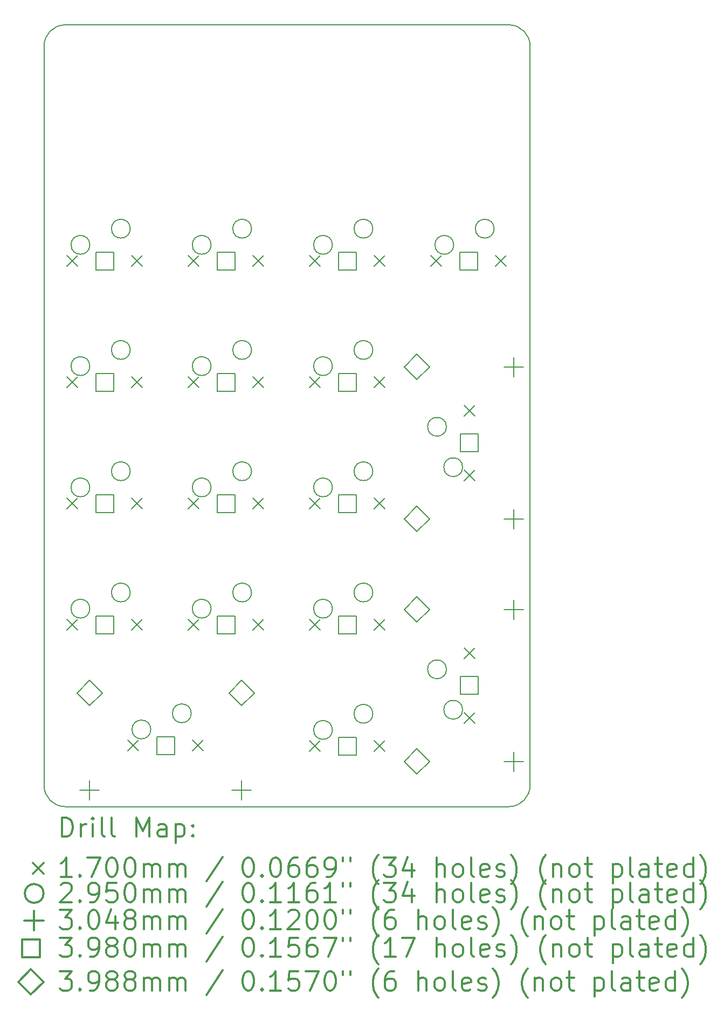
<source format=gbr>
%FSLAX45Y45*%
G04 Gerber Fmt 4.5, Leading zero omitted, Abs format (unit mm)*
G04 Created by KiCad (PCBNEW 5.1.10-88a1d61d58~90~ubuntu21.04.1) date 2021-08-17 10:31:56*
%MOMM*%
%LPD*%
G01*
G04 APERTURE LIST*
%TA.AperFunction,Profile*%
%ADD10C,0.150000*%
%TD*%
%ADD11C,0.200000*%
%ADD12C,0.300000*%
G04 APERTURE END LIST*
D10*
X10897754Y-13790174D02*
G75*
G02*
X10567042Y-13459461I0J330712D01*
G01*
X18199670Y-13459461D02*
G75*
G02*
X17868958Y-13790174I-330712J0D01*
G01*
X17868958Y-1510174D02*
G75*
G02*
X18199670Y-1840886I0J-330712D01*
G01*
X10567042Y-1840886D02*
G75*
G02*
X10897754Y-1510174I330712J0D01*
G01*
X10567042Y-13459461D02*
X10567042Y-1840886D01*
X10897754Y-1510174D02*
X17868958Y-1510174D01*
X18199670Y-1840886D02*
X18199670Y-13459461D01*
X17868958Y-13790174D02*
X10897754Y-13790174D01*
D11*
X10925900Y-5134700D02*
X11095900Y-5304700D01*
X11095900Y-5134700D02*
X10925900Y-5304700D01*
X10925900Y-7039700D02*
X11095900Y-7209700D01*
X11095900Y-7039700D02*
X10925900Y-7209700D01*
X10925900Y-8944700D02*
X11095900Y-9114700D01*
X11095900Y-8944700D02*
X10925900Y-9114700D01*
X10925900Y-10849700D02*
X11095900Y-11019700D01*
X11095900Y-10849700D02*
X10925900Y-11019700D01*
X11883600Y-12747200D02*
X12053600Y-12917200D01*
X12053600Y-12747200D02*
X11883600Y-12917200D01*
X11941900Y-5134700D02*
X12111900Y-5304700D01*
X12111900Y-5134700D02*
X11941900Y-5304700D01*
X11941900Y-7039700D02*
X12111900Y-7209700D01*
X12111900Y-7039700D02*
X11941900Y-7209700D01*
X11941900Y-8944700D02*
X12111900Y-9114700D01*
X12111900Y-8944700D02*
X11941900Y-9114700D01*
X11941900Y-10849700D02*
X12111900Y-11019700D01*
X12111900Y-10849700D02*
X11941900Y-11019700D01*
X12830900Y-5134700D02*
X13000900Y-5304700D01*
X13000900Y-5134700D02*
X12830900Y-5304700D01*
X12830900Y-7039700D02*
X13000900Y-7209700D01*
X13000900Y-7039700D02*
X12830900Y-7209700D01*
X12830900Y-8944700D02*
X13000900Y-9114700D01*
X13000900Y-8944700D02*
X12830900Y-9114700D01*
X12830900Y-10849700D02*
X13000900Y-11019700D01*
X13000900Y-10849700D02*
X12830900Y-11019700D01*
X12899600Y-12747200D02*
X13069600Y-12917200D01*
X13069600Y-12747200D02*
X12899600Y-12917200D01*
X13846900Y-5134700D02*
X14016900Y-5304700D01*
X14016900Y-5134700D02*
X13846900Y-5304700D01*
X13846900Y-7039700D02*
X14016900Y-7209700D01*
X14016900Y-7039700D02*
X13846900Y-7209700D01*
X13846900Y-8944700D02*
X14016900Y-9114700D01*
X14016900Y-8944700D02*
X13846900Y-9114700D01*
X13846900Y-10849700D02*
X14016900Y-11019700D01*
X14016900Y-10849700D02*
X13846900Y-11019700D01*
X14735900Y-5134700D02*
X14905900Y-5304700D01*
X14905900Y-5134700D02*
X14735900Y-5304700D01*
X14735900Y-7039700D02*
X14905900Y-7209700D01*
X14905900Y-7039700D02*
X14735900Y-7209700D01*
X14735900Y-8944700D02*
X14905900Y-9114700D01*
X14905900Y-8944700D02*
X14735900Y-9114700D01*
X14735900Y-10849700D02*
X14905900Y-11019700D01*
X14905900Y-10849700D02*
X14735900Y-11019700D01*
X14735900Y-12754700D02*
X14905900Y-12924700D01*
X14905900Y-12754700D02*
X14735900Y-12924700D01*
X15751900Y-5134700D02*
X15921900Y-5304700D01*
X15921900Y-5134700D02*
X15751900Y-5304700D01*
X15751900Y-7039700D02*
X15921900Y-7209700D01*
X15921900Y-7039700D02*
X15751900Y-7209700D01*
X15751900Y-8944700D02*
X15921900Y-9114700D01*
X15921900Y-8944700D02*
X15751900Y-9114700D01*
X15751900Y-10849700D02*
X15921900Y-11019700D01*
X15921900Y-10849700D02*
X15751900Y-11019700D01*
X15751900Y-12754700D02*
X15921900Y-12924700D01*
X15921900Y-12754700D02*
X15751900Y-12924700D01*
X16640900Y-5134700D02*
X16810900Y-5304700D01*
X16810900Y-5134700D02*
X16640900Y-5304700D01*
X17161600Y-7484200D02*
X17331600Y-7654200D01*
X17331600Y-7484200D02*
X17161600Y-7654200D01*
X17161600Y-8500200D02*
X17331600Y-8670200D01*
X17331600Y-8500200D02*
X17161600Y-8670200D01*
X17161600Y-11294200D02*
X17331600Y-11464200D01*
X17331600Y-11294200D02*
X17161600Y-11464200D01*
X17161600Y-12310200D02*
X17331600Y-12480200D01*
X17331600Y-12310200D02*
X17161600Y-12480200D01*
X17656900Y-5134700D02*
X17826900Y-5304700D01*
X17826900Y-5134700D02*
X17656900Y-5304700D01*
X11285400Y-4965700D02*
G75*
G03*
X11285400Y-4965700I-147500J0D01*
G01*
X11285400Y-6870700D02*
G75*
G03*
X11285400Y-6870700I-147500J0D01*
G01*
X11285400Y-8775700D02*
G75*
G03*
X11285400Y-8775700I-147500J0D01*
G01*
X11285400Y-10680700D02*
G75*
G03*
X11285400Y-10680700I-147500J0D01*
G01*
X11920400Y-4711700D02*
G75*
G03*
X11920400Y-4711700I-147500J0D01*
G01*
X11920400Y-6616700D02*
G75*
G03*
X11920400Y-6616700I-147500J0D01*
G01*
X11920400Y-8521700D02*
G75*
G03*
X11920400Y-8521700I-147500J0D01*
G01*
X11920400Y-10426700D02*
G75*
G03*
X11920400Y-10426700I-147500J0D01*
G01*
X12243100Y-12578200D02*
G75*
G03*
X12243100Y-12578200I-147500J0D01*
G01*
X12878100Y-12324200D02*
G75*
G03*
X12878100Y-12324200I-147500J0D01*
G01*
X13190400Y-4965700D02*
G75*
G03*
X13190400Y-4965700I-147500J0D01*
G01*
X13190400Y-6870700D02*
G75*
G03*
X13190400Y-6870700I-147500J0D01*
G01*
X13190400Y-8775700D02*
G75*
G03*
X13190400Y-8775700I-147500J0D01*
G01*
X13190400Y-10680700D02*
G75*
G03*
X13190400Y-10680700I-147500J0D01*
G01*
X13825400Y-4711700D02*
G75*
G03*
X13825400Y-4711700I-147500J0D01*
G01*
X13825400Y-6616700D02*
G75*
G03*
X13825400Y-6616700I-147500J0D01*
G01*
X13825400Y-8521700D02*
G75*
G03*
X13825400Y-8521700I-147500J0D01*
G01*
X13825400Y-10426700D02*
G75*
G03*
X13825400Y-10426700I-147500J0D01*
G01*
X15095400Y-4965700D02*
G75*
G03*
X15095400Y-4965700I-147500J0D01*
G01*
X15095400Y-6870700D02*
G75*
G03*
X15095400Y-6870700I-147500J0D01*
G01*
X15095400Y-8775700D02*
G75*
G03*
X15095400Y-8775700I-147500J0D01*
G01*
X15095400Y-10680700D02*
G75*
G03*
X15095400Y-10680700I-147500J0D01*
G01*
X15095400Y-12585700D02*
G75*
G03*
X15095400Y-12585700I-147500J0D01*
G01*
X15730400Y-4711700D02*
G75*
G03*
X15730400Y-4711700I-147500J0D01*
G01*
X15730400Y-6616700D02*
G75*
G03*
X15730400Y-6616700I-147500J0D01*
G01*
X15730400Y-8521700D02*
G75*
G03*
X15730400Y-8521700I-147500J0D01*
G01*
X15730400Y-10426700D02*
G75*
G03*
X15730400Y-10426700I-147500J0D01*
G01*
X15730400Y-12331700D02*
G75*
G03*
X15730400Y-12331700I-147500J0D01*
G01*
X16886100Y-7823200D02*
G75*
G03*
X16886100Y-7823200I-147500J0D01*
G01*
X16886100Y-11633200D02*
G75*
G03*
X16886100Y-11633200I-147500J0D01*
G01*
X17000400Y-4965700D02*
G75*
G03*
X17000400Y-4965700I-147500J0D01*
G01*
X17140100Y-8458200D02*
G75*
G03*
X17140100Y-8458200I-147500J0D01*
G01*
X17140100Y-12268200D02*
G75*
G03*
X17140100Y-12268200I-147500J0D01*
G01*
X17635400Y-4711700D02*
G75*
G03*
X17635400Y-4711700I-147500J0D01*
G01*
X11282800Y-13378300D02*
X11282800Y-13683100D01*
X11130400Y-13530700D02*
X11435200Y-13530700D01*
X13670400Y-13378300D02*
X13670400Y-13683100D01*
X13518000Y-13530700D02*
X13822800Y-13530700D01*
X17945100Y-6731000D02*
X17945100Y-7035800D01*
X17792700Y-6883400D02*
X18097500Y-6883400D01*
X17945100Y-9118600D02*
X17945100Y-9423400D01*
X17792700Y-9271000D02*
X18097500Y-9271000D01*
X17945100Y-10541000D02*
X17945100Y-10845800D01*
X17792700Y-10693400D02*
X18097500Y-10693400D01*
X17945100Y-12928600D02*
X17945100Y-13233400D01*
X17792700Y-13081000D02*
X18097500Y-13081000D01*
X11659622Y-5360422D02*
X11659622Y-5078978D01*
X11378178Y-5078978D01*
X11378178Y-5360422D01*
X11659622Y-5360422D01*
X11659622Y-7265422D02*
X11659622Y-6983978D01*
X11378178Y-6983978D01*
X11378178Y-7265422D01*
X11659622Y-7265422D01*
X11659622Y-9170422D02*
X11659622Y-8888978D01*
X11378178Y-8888978D01*
X11378178Y-9170422D01*
X11659622Y-9170422D01*
X11659622Y-11075422D02*
X11659622Y-10793978D01*
X11378178Y-10793978D01*
X11378178Y-11075422D01*
X11659622Y-11075422D01*
X12617322Y-12972922D02*
X12617322Y-12691478D01*
X12335878Y-12691478D01*
X12335878Y-12972922D01*
X12617322Y-12972922D01*
X13564622Y-5360422D02*
X13564622Y-5078978D01*
X13283178Y-5078978D01*
X13283178Y-5360422D01*
X13564622Y-5360422D01*
X13564622Y-7265422D02*
X13564622Y-6983978D01*
X13283178Y-6983978D01*
X13283178Y-7265422D01*
X13564622Y-7265422D01*
X13564622Y-9170422D02*
X13564622Y-8888978D01*
X13283178Y-8888978D01*
X13283178Y-9170422D01*
X13564622Y-9170422D01*
X13564622Y-11075422D02*
X13564622Y-10793978D01*
X13283178Y-10793978D01*
X13283178Y-11075422D01*
X13564622Y-11075422D01*
X15469622Y-5360422D02*
X15469622Y-5078978D01*
X15188178Y-5078978D01*
X15188178Y-5360422D01*
X15469622Y-5360422D01*
X15469622Y-7265422D02*
X15469622Y-6983978D01*
X15188178Y-6983978D01*
X15188178Y-7265422D01*
X15469622Y-7265422D01*
X15469622Y-9170422D02*
X15469622Y-8888978D01*
X15188178Y-8888978D01*
X15188178Y-9170422D01*
X15469622Y-9170422D01*
X15469622Y-11075422D02*
X15469622Y-10793978D01*
X15188178Y-10793978D01*
X15188178Y-11075422D01*
X15469622Y-11075422D01*
X15469622Y-12980422D02*
X15469622Y-12698978D01*
X15188178Y-12698978D01*
X15188178Y-12980422D01*
X15469622Y-12980422D01*
X17374622Y-5360422D02*
X17374622Y-5078978D01*
X17093178Y-5078978D01*
X17093178Y-5360422D01*
X17374622Y-5360422D01*
X17387322Y-8217922D02*
X17387322Y-7936478D01*
X17105878Y-7936478D01*
X17105878Y-8217922D01*
X17387322Y-8217922D01*
X17387322Y-12027922D02*
X17387322Y-11746478D01*
X17105878Y-11746478D01*
X17105878Y-12027922D01*
X17387322Y-12027922D01*
X11282800Y-12206090D02*
X11482190Y-12006700D01*
X11282800Y-11807310D01*
X11083410Y-12006700D01*
X11282800Y-12206090D01*
X13670400Y-12206090D02*
X13869790Y-12006700D01*
X13670400Y-11807310D01*
X13471010Y-12006700D01*
X13670400Y-12206090D01*
X16421100Y-7082790D02*
X16620490Y-6883400D01*
X16421100Y-6684010D01*
X16221710Y-6883400D01*
X16421100Y-7082790D01*
X16421100Y-9470390D02*
X16620490Y-9271000D01*
X16421100Y-9071610D01*
X16221710Y-9271000D01*
X16421100Y-9470390D01*
X16421100Y-10892790D02*
X16620490Y-10693400D01*
X16421100Y-10494010D01*
X16221710Y-10693400D01*
X16421100Y-10892790D01*
X16421100Y-13280390D02*
X16620490Y-13081000D01*
X16421100Y-12881610D01*
X16221710Y-13081000D01*
X16421100Y-13280390D01*
D12*
X10845971Y-14263388D02*
X10845971Y-13963388D01*
X10917399Y-13963388D01*
X10960256Y-13977674D01*
X10988828Y-14006245D01*
X11003113Y-14034817D01*
X11017399Y-14091959D01*
X11017399Y-14134817D01*
X11003113Y-14191959D01*
X10988828Y-14220531D01*
X10960256Y-14249102D01*
X10917399Y-14263388D01*
X10845971Y-14263388D01*
X11145971Y-14263388D02*
X11145971Y-14063388D01*
X11145971Y-14120531D02*
X11160256Y-14091959D01*
X11174542Y-14077674D01*
X11203113Y-14063388D01*
X11231685Y-14063388D01*
X11331685Y-14263388D02*
X11331685Y-14063388D01*
X11331685Y-13963388D02*
X11317399Y-13977674D01*
X11331685Y-13991959D01*
X11345970Y-13977674D01*
X11331685Y-13963388D01*
X11331685Y-13991959D01*
X11517399Y-14263388D02*
X11488828Y-14249102D01*
X11474542Y-14220531D01*
X11474542Y-13963388D01*
X11674542Y-14263388D02*
X11645970Y-14249102D01*
X11631685Y-14220531D01*
X11631685Y-13963388D01*
X12017399Y-14263388D02*
X12017399Y-13963388D01*
X12117399Y-14177674D01*
X12217399Y-13963388D01*
X12217399Y-14263388D01*
X12488828Y-14263388D02*
X12488828Y-14106245D01*
X12474542Y-14077674D01*
X12445970Y-14063388D01*
X12388828Y-14063388D01*
X12360256Y-14077674D01*
X12488828Y-14249102D02*
X12460256Y-14263388D01*
X12388828Y-14263388D01*
X12360256Y-14249102D01*
X12345970Y-14220531D01*
X12345970Y-14191959D01*
X12360256Y-14163388D01*
X12388828Y-14149102D01*
X12460256Y-14149102D01*
X12488828Y-14134817D01*
X12631685Y-14063388D02*
X12631685Y-14363388D01*
X12631685Y-14077674D02*
X12660256Y-14063388D01*
X12717399Y-14063388D01*
X12745970Y-14077674D01*
X12760256Y-14091959D01*
X12774542Y-14120531D01*
X12774542Y-14206245D01*
X12760256Y-14234817D01*
X12745970Y-14249102D01*
X12717399Y-14263388D01*
X12660256Y-14263388D01*
X12631685Y-14249102D01*
X12903113Y-14234817D02*
X12917399Y-14249102D01*
X12903113Y-14263388D01*
X12888828Y-14249102D01*
X12903113Y-14234817D01*
X12903113Y-14263388D01*
X12903113Y-14077674D02*
X12917399Y-14091959D01*
X12903113Y-14106245D01*
X12888828Y-14091959D01*
X12903113Y-14077674D01*
X12903113Y-14106245D01*
X10389542Y-14672674D02*
X10559542Y-14842674D01*
X10559542Y-14672674D02*
X10389542Y-14842674D01*
X11003113Y-14893388D02*
X10831685Y-14893388D01*
X10917399Y-14893388D02*
X10917399Y-14593388D01*
X10888828Y-14636245D01*
X10860256Y-14664817D01*
X10831685Y-14679102D01*
X11131685Y-14864817D02*
X11145971Y-14879102D01*
X11131685Y-14893388D01*
X11117399Y-14879102D01*
X11131685Y-14864817D01*
X11131685Y-14893388D01*
X11245970Y-14593388D02*
X11445970Y-14593388D01*
X11317399Y-14893388D01*
X11617399Y-14593388D02*
X11645970Y-14593388D01*
X11674542Y-14607674D01*
X11688828Y-14621959D01*
X11703113Y-14650531D01*
X11717399Y-14707674D01*
X11717399Y-14779102D01*
X11703113Y-14836245D01*
X11688828Y-14864817D01*
X11674542Y-14879102D01*
X11645970Y-14893388D01*
X11617399Y-14893388D01*
X11588828Y-14879102D01*
X11574542Y-14864817D01*
X11560256Y-14836245D01*
X11545970Y-14779102D01*
X11545970Y-14707674D01*
X11560256Y-14650531D01*
X11574542Y-14621959D01*
X11588828Y-14607674D01*
X11617399Y-14593388D01*
X11903113Y-14593388D02*
X11931685Y-14593388D01*
X11960256Y-14607674D01*
X11974542Y-14621959D01*
X11988828Y-14650531D01*
X12003113Y-14707674D01*
X12003113Y-14779102D01*
X11988828Y-14836245D01*
X11974542Y-14864817D01*
X11960256Y-14879102D01*
X11931685Y-14893388D01*
X11903113Y-14893388D01*
X11874542Y-14879102D01*
X11860256Y-14864817D01*
X11845970Y-14836245D01*
X11831685Y-14779102D01*
X11831685Y-14707674D01*
X11845970Y-14650531D01*
X11860256Y-14621959D01*
X11874542Y-14607674D01*
X11903113Y-14593388D01*
X12131685Y-14893388D02*
X12131685Y-14693388D01*
X12131685Y-14721959D02*
X12145970Y-14707674D01*
X12174542Y-14693388D01*
X12217399Y-14693388D01*
X12245970Y-14707674D01*
X12260256Y-14736245D01*
X12260256Y-14893388D01*
X12260256Y-14736245D02*
X12274542Y-14707674D01*
X12303113Y-14693388D01*
X12345970Y-14693388D01*
X12374542Y-14707674D01*
X12388828Y-14736245D01*
X12388828Y-14893388D01*
X12531685Y-14893388D02*
X12531685Y-14693388D01*
X12531685Y-14721959D02*
X12545970Y-14707674D01*
X12574542Y-14693388D01*
X12617399Y-14693388D01*
X12645970Y-14707674D01*
X12660256Y-14736245D01*
X12660256Y-14893388D01*
X12660256Y-14736245D02*
X12674542Y-14707674D01*
X12703113Y-14693388D01*
X12745970Y-14693388D01*
X12774542Y-14707674D01*
X12788828Y-14736245D01*
X12788828Y-14893388D01*
X13374542Y-14579102D02*
X13117399Y-14964817D01*
X13760256Y-14593388D02*
X13788828Y-14593388D01*
X13817399Y-14607674D01*
X13831685Y-14621959D01*
X13845970Y-14650531D01*
X13860256Y-14707674D01*
X13860256Y-14779102D01*
X13845970Y-14836245D01*
X13831685Y-14864817D01*
X13817399Y-14879102D01*
X13788828Y-14893388D01*
X13760256Y-14893388D01*
X13731685Y-14879102D01*
X13717399Y-14864817D01*
X13703113Y-14836245D01*
X13688828Y-14779102D01*
X13688828Y-14707674D01*
X13703113Y-14650531D01*
X13717399Y-14621959D01*
X13731685Y-14607674D01*
X13760256Y-14593388D01*
X13988828Y-14864817D02*
X14003113Y-14879102D01*
X13988828Y-14893388D01*
X13974542Y-14879102D01*
X13988828Y-14864817D01*
X13988828Y-14893388D01*
X14188828Y-14593388D02*
X14217399Y-14593388D01*
X14245970Y-14607674D01*
X14260256Y-14621959D01*
X14274542Y-14650531D01*
X14288828Y-14707674D01*
X14288828Y-14779102D01*
X14274542Y-14836245D01*
X14260256Y-14864817D01*
X14245970Y-14879102D01*
X14217399Y-14893388D01*
X14188828Y-14893388D01*
X14160256Y-14879102D01*
X14145970Y-14864817D01*
X14131685Y-14836245D01*
X14117399Y-14779102D01*
X14117399Y-14707674D01*
X14131685Y-14650531D01*
X14145970Y-14621959D01*
X14160256Y-14607674D01*
X14188828Y-14593388D01*
X14545970Y-14593388D02*
X14488828Y-14593388D01*
X14460256Y-14607674D01*
X14445970Y-14621959D01*
X14417399Y-14664817D01*
X14403113Y-14721959D01*
X14403113Y-14836245D01*
X14417399Y-14864817D01*
X14431685Y-14879102D01*
X14460256Y-14893388D01*
X14517399Y-14893388D01*
X14545970Y-14879102D01*
X14560256Y-14864817D01*
X14574542Y-14836245D01*
X14574542Y-14764817D01*
X14560256Y-14736245D01*
X14545970Y-14721959D01*
X14517399Y-14707674D01*
X14460256Y-14707674D01*
X14431685Y-14721959D01*
X14417399Y-14736245D01*
X14403113Y-14764817D01*
X14831685Y-14593388D02*
X14774542Y-14593388D01*
X14745970Y-14607674D01*
X14731685Y-14621959D01*
X14703113Y-14664817D01*
X14688828Y-14721959D01*
X14688828Y-14836245D01*
X14703113Y-14864817D01*
X14717399Y-14879102D01*
X14745970Y-14893388D01*
X14803113Y-14893388D01*
X14831685Y-14879102D01*
X14845970Y-14864817D01*
X14860256Y-14836245D01*
X14860256Y-14764817D01*
X14845970Y-14736245D01*
X14831685Y-14721959D01*
X14803113Y-14707674D01*
X14745970Y-14707674D01*
X14717399Y-14721959D01*
X14703113Y-14736245D01*
X14688828Y-14764817D01*
X15003113Y-14893388D02*
X15060256Y-14893388D01*
X15088828Y-14879102D01*
X15103113Y-14864817D01*
X15131685Y-14821959D01*
X15145970Y-14764817D01*
X15145970Y-14650531D01*
X15131685Y-14621959D01*
X15117399Y-14607674D01*
X15088828Y-14593388D01*
X15031685Y-14593388D01*
X15003113Y-14607674D01*
X14988828Y-14621959D01*
X14974542Y-14650531D01*
X14974542Y-14721959D01*
X14988828Y-14750531D01*
X15003113Y-14764817D01*
X15031685Y-14779102D01*
X15088828Y-14779102D01*
X15117399Y-14764817D01*
X15131685Y-14750531D01*
X15145970Y-14721959D01*
X15260256Y-14593388D02*
X15260256Y-14650531D01*
X15374542Y-14593388D02*
X15374542Y-14650531D01*
X15817399Y-15007674D02*
X15803113Y-14993388D01*
X15774542Y-14950531D01*
X15760256Y-14921959D01*
X15745970Y-14879102D01*
X15731685Y-14807674D01*
X15731685Y-14750531D01*
X15745970Y-14679102D01*
X15760256Y-14636245D01*
X15774542Y-14607674D01*
X15803113Y-14564817D01*
X15817399Y-14550531D01*
X15903113Y-14593388D02*
X16088828Y-14593388D01*
X15988828Y-14707674D01*
X16031685Y-14707674D01*
X16060256Y-14721959D01*
X16074542Y-14736245D01*
X16088828Y-14764817D01*
X16088828Y-14836245D01*
X16074542Y-14864817D01*
X16060256Y-14879102D01*
X16031685Y-14893388D01*
X15945970Y-14893388D01*
X15917399Y-14879102D01*
X15903113Y-14864817D01*
X16345970Y-14693388D02*
X16345970Y-14893388D01*
X16274542Y-14579102D02*
X16203113Y-14793388D01*
X16388828Y-14793388D01*
X16731685Y-14893388D02*
X16731685Y-14593388D01*
X16860256Y-14893388D02*
X16860256Y-14736245D01*
X16845971Y-14707674D01*
X16817399Y-14693388D01*
X16774542Y-14693388D01*
X16745970Y-14707674D01*
X16731685Y-14721959D01*
X17045971Y-14893388D02*
X17017399Y-14879102D01*
X17003113Y-14864817D01*
X16988828Y-14836245D01*
X16988828Y-14750531D01*
X17003113Y-14721959D01*
X17017399Y-14707674D01*
X17045971Y-14693388D01*
X17088828Y-14693388D01*
X17117399Y-14707674D01*
X17131685Y-14721959D01*
X17145971Y-14750531D01*
X17145971Y-14836245D01*
X17131685Y-14864817D01*
X17117399Y-14879102D01*
X17088828Y-14893388D01*
X17045971Y-14893388D01*
X17317399Y-14893388D02*
X17288828Y-14879102D01*
X17274542Y-14850531D01*
X17274542Y-14593388D01*
X17545971Y-14879102D02*
X17517399Y-14893388D01*
X17460256Y-14893388D01*
X17431685Y-14879102D01*
X17417399Y-14850531D01*
X17417399Y-14736245D01*
X17431685Y-14707674D01*
X17460256Y-14693388D01*
X17517399Y-14693388D01*
X17545971Y-14707674D01*
X17560256Y-14736245D01*
X17560256Y-14764817D01*
X17417399Y-14793388D01*
X17674542Y-14879102D02*
X17703113Y-14893388D01*
X17760256Y-14893388D01*
X17788828Y-14879102D01*
X17803113Y-14850531D01*
X17803113Y-14836245D01*
X17788828Y-14807674D01*
X17760256Y-14793388D01*
X17717399Y-14793388D01*
X17688828Y-14779102D01*
X17674542Y-14750531D01*
X17674542Y-14736245D01*
X17688828Y-14707674D01*
X17717399Y-14693388D01*
X17760256Y-14693388D01*
X17788828Y-14707674D01*
X17903113Y-15007674D02*
X17917399Y-14993388D01*
X17945971Y-14950531D01*
X17960256Y-14921959D01*
X17974542Y-14879102D01*
X17988828Y-14807674D01*
X17988828Y-14750531D01*
X17974542Y-14679102D01*
X17960256Y-14636245D01*
X17945971Y-14607674D01*
X17917399Y-14564817D01*
X17903113Y-14550531D01*
X18445971Y-15007674D02*
X18431685Y-14993388D01*
X18403113Y-14950531D01*
X18388828Y-14921959D01*
X18374542Y-14879102D01*
X18360256Y-14807674D01*
X18360256Y-14750531D01*
X18374542Y-14679102D01*
X18388828Y-14636245D01*
X18403113Y-14607674D01*
X18431685Y-14564817D01*
X18445971Y-14550531D01*
X18560256Y-14693388D02*
X18560256Y-14893388D01*
X18560256Y-14721959D02*
X18574542Y-14707674D01*
X18603113Y-14693388D01*
X18645971Y-14693388D01*
X18674542Y-14707674D01*
X18688828Y-14736245D01*
X18688828Y-14893388D01*
X18874542Y-14893388D02*
X18845971Y-14879102D01*
X18831685Y-14864817D01*
X18817399Y-14836245D01*
X18817399Y-14750531D01*
X18831685Y-14721959D01*
X18845971Y-14707674D01*
X18874542Y-14693388D01*
X18917399Y-14693388D01*
X18945971Y-14707674D01*
X18960256Y-14721959D01*
X18974542Y-14750531D01*
X18974542Y-14836245D01*
X18960256Y-14864817D01*
X18945971Y-14879102D01*
X18917399Y-14893388D01*
X18874542Y-14893388D01*
X19060256Y-14693388D02*
X19174542Y-14693388D01*
X19103113Y-14593388D02*
X19103113Y-14850531D01*
X19117399Y-14879102D01*
X19145971Y-14893388D01*
X19174542Y-14893388D01*
X19503113Y-14693388D02*
X19503113Y-14993388D01*
X19503113Y-14707674D02*
X19531685Y-14693388D01*
X19588828Y-14693388D01*
X19617399Y-14707674D01*
X19631685Y-14721959D01*
X19645971Y-14750531D01*
X19645971Y-14836245D01*
X19631685Y-14864817D01*
X19617399Y-14879102D01*
X19588828Y-14893388D01*
X19531685Y-14893388D01*
X19503113Y-14879102D01*
X19817399Y-14893388D02*
X19788828Y-14879102D01*
X19774542Y-14850531D01*
X19774542Y-14593388D01*
X20060256Y-14893388D02*
X20060256Y-14736245D01*
X20045971Y-14707674D01*
X20017399Y-14693388D01*
X19960256Y-14693388D01*
X19931685Y-14707674D01*
X20060256Y-14879102D02*
X20031685Y-14893388D01*
X19960256Y-14893388D01*
X19931685Y-14879102D01*
X19917399Y-14850531D01*
X19917399Y-14821959D01*
X19931685Y-14793388D01*
X19960256Y-14779102D01*
X20031685Y-14779102D01*
X20060256Y-14764817D01*
X20160256Y-14693388D02*
X20274542Y-14693388D01*
X20203113Y-14593388D02*
X20203113Y-14850531D01*
X20217399Y-14879102D01*
X20245971Y-14893388D01*
X20274542Y-14893388D01*
X20488828Y-14879102D02*
X20460256Y-14893388D01*
X20403113Y-14893388D01*
X20374542Y-14879102D01*
X20360256Y-14850531D01*
X20360256Y-14736245D01*
X20374542Y-14707674D01*
X20403113Y-14693388D01*
X20460256Y-14693388D01*
X20488828Y-14707674D01*
X20503113Y-14736245D01*
X20503113Y-14764817D01*
X20360256Y-14793388D01*
X20760256Y-14893388D02*
X20760256Y-14593388D01*
X20760256Y-14879102D02*
X20731685Y-14893388D01*
X20674542Y-14893388D01*
X20645971Y-14879102D01*
X20631685Y-14864817D01*
X20617399Y-14836245D01*
X20617399Y-14750531D01*
X20631685Y-14721959D01*
X20645971Y-14707674D01*
X20674542Y-14693388D01*
X20731685Y-14693388D01*
X20760256Y-14707674D01*
X20874542Y-15007674D02*
X20888828Y-14993388D01*
X20917399Y-14950531D01*
X20931685Y-14921959D01*
X20945971Y-14879102D01*
X20960256Y-14807674D01*
X20960256Y-14750531D01*
X20945971Y-14679102D01*
X20931685Y-14636245D01*
X20917399Y-14607674D01*
X20888828Y-14564817D01*
X20874542Y-14550531D01*
X10559542Y-15153674D02*
G75*
G03*
X10559542Y-15153674I-147500J0D01*
G01*
X10831685Y-15017959D02*
X10845971Y-15003674D01*
X10874542Y-14989388D01*
X10945971Y-14989388D01*
X10974542Y-15003674D01*
X10988828Y-15017959D01*
X11003113Y-15046531D01*
X11003113Y-15075102D01*
X10988828Y-15117959D01*
X10817399Y-15289388D01*
X11003113Y-15289388D01*
X11131685Y-15260817D02*
X11145971Y-15275102D01*
X11131685Y-15289388D01*
X11117399Y-15275102D01*
X11131685Y-15260817D01*
X11131685Y-15289388D01*
X11288828Y-15289388D02*
X11345970Y-15289388D01*
X11374542Y-15275102D01*
X11388828Y-15260817D01*
X11417399Y-15217959D01*
X11431685Y-15160817D01*
X11431685Y-15046531D01*
X11417399Y-15017959D01*
X11403113Y-15003674D01*
X11374542Y-14989388D01*
X11317399Y-14989388D01*
X11288828Y-15003674D01*
X11274542Y-15017959D01*
X11260256Y-15046531D01*
X11260256Y-15117959D01*
X11274542Y-15146531D01*
X11288828Y-15160817D01*
X11317399Y-15175102D01*
X11374542Y-15175102D01*
X11403113Y-15160817D01*
X11417399Y-15146531D01*
X11431685Y-15117959D01*
X11703113Y-14989388D02*
X11560256Y-14989388D01*
X11545970Y-15132245D01*
X11560256Y-15117959D01*
X11588828Y-15103674D01*
X11660256Y-15103674D01*
X11688828Y-15117959D01*
X11703113Y-15132245D01*
X11717399Y-15160817D01*
X11717399Y-15232245D01*
X11703113Y-15260817D01*
X11688828Y-15275102D01*
X11660256Y-15289388D01*
X11588828Y-15289388D01*
X11560256Y-15275102D01*
X11545970Y-15260817D01*
X11903113Y-14989388D02*
X11931685Y-14989388D01*
X11960256Y-15003674D01*
X11974542Y-15017959D01*
X11988828Y-15046531D01*
X12003113Y-15103674D01*
X12003113Y-15175102D01*
X11988828Y-15232245D01*
X11974542Y-15260817D01*
X11960256Y-15275102D01*
X11931685Y-15289388D01*
X11903113Y-15289388D01*
X11874542Y-15275102D01*
X11860256Y-15260817D01*
X11845970Y-15232245D01*
X11831685Y-15175102D01*
X11831685Y-15103674D01*
X11845970Y-15046531D01*
X11860256Y-15017959D01*
X11874542Y-15003674D01*
X11903113Y-14989388D01*
X12131685Y-15289388D02*
X12131685Y-15089388D01*
X12131685Y-15117959D02*
X12145970Y-15103674D01*
X12174542Y-15089388D01*
X12217399Y-15089388D01*
X12245970Y-15103674D01*
X12260256Y-15132245D01*
X12260256Y-15289388D01*
X12260256Y-15132245D02*
X12274542Y-15103674D01*
X12303113Y-15089388D01*
X12345970Y-15089388D01*
X12374542Y-15103674D01*
X12388828Y-15132245D01*
X12388828Y-15289388D01*
X12531685Y-15289388D02*
X12531685Y-15089388D01*
X12531685Y-15117959D02*
X12545970Y-15103674D01*
X12574542Y-15089388D01*
X12617399Y-15089388D01*
X12645970Y-15103674D01*
X12660256Y-15132245D01*
X12660256Y-15289388D01*
X12660256Y-15132245D02*
X12674542Y-15103674D01*
X12703113Y-15089388D01*
X12745970Y-15089388D01*
X12774542Y-15103674D01*
X12788828Y-15132245D01*
X12788828Y-15289388D01*
X13374542Y-14975102D02*
X13117399Y-15360817D01*
X13760256Y-14989388D02*
X13788828Y-14989388D01*
X13817399Y-15003674D01*
X13831685Y-15017959D01*
X13845970Y-15046531D01*
X13860256Y-15103674D01*
X13860256Y-15175102D01*
X13845970Y-15232245D01*
X13831685Y-15260817D01*
X13817399Y-15275102D01*
X13788828Y-15289388D01*
X13760256Y-15289388D01*
X13731685Y-15275102D01*
X13717399Y-15260817D01*
X13703113Y-15232245D01*
X13688828Y-15175102D01*
X13688828Y-15103674D01*
X13703113Y-15046531D01*
X13717399Y-15017959D01*
X13731685Y-15003674D01*
X13760256Y-14989388D01*
X13988828Y-15260817D02*
X14003113Y-15275102D01*
X13988828Y-15289388D01*
X13974542Y-15275102D01*
X13988828Y-15260817D01*
X13988828Y-15289388D01*
X14288828Y-15289388D02*
X14117399Y-15289388D01*
X14203113Y-15289388D02*
X14203113Y-14989388D01*
X14174542Y-15032245D01*
X14145970Y-15060817D01*
X14117399Y-15075102D01*
X14574542Y-15289388D02*
X14403113Y-15289388D01*
X14488828Y-15289388D02*
X14488828Y-14989388D01*
X14460256Y-15032245D01*
X14431685Y-15060817D01*
X14403113Y-15075102D01*
X14831685Y-14989388D02*
X14774542Y-14989388D01*
X14745970Y-15003674D01*
X14731685Y-15017959D01*
X14703113Y-15060817D01*
X14688828Y-15117959D01*
X14688828Y-15232245D01*
X14703113Y-15260817D01*
X14717399Y-15275102D01*
X14745970Y-15289388D01*
X14803113Y-15289388D01*
X14831685Y-15275102D01*
X14845970Y-15260817D01*
X14860256Y-15232245D01*
X14860256Y-15160817D01*
X14845970Y-15132245D01*
X14831685Y-15117959D01*
X14803113Y-15103674D01*
X14745970Y-15103674D01*
X14717399Y-15117959D01*
X14703113Y-15132245D01*
X14688828Y-15160817D01*
X15145970Y-15289388D02*
X14974542Y-15289388D01*
X15060256Y-15289388D02*
X15060256Y-14989388D01*
X15031685Y-15032245D01*
X15003113Y-15060817D01*
X14974542Y-15075102D01*
X15260256Y-14989388D02*
X15260256Y-15046531D01*
X15374542Y-14989388D02*
X15374542Y-15046531D01*
X15817399Y-15403674D02*
X15803113Y-15389388D01*
X15774542Y-15346531D01*
X15760256Y-15317959D01*
X15745970Y-15275102D01*
X15731685Y-15203674D01*
X15731685Y-15146531D01*
X15745970Y-15075102D01*
X15760256Y-15032245D01*
X15774542Y-15003674D01*
X15803113Y-14960817D01*
X15817399Y-14946531D01*
X15903113Y-14989388D02*
X16088828Y-14989388D01*
X15988828Y-15103674D01*
X16031685Y-15103674D01*
X16060256Y-15117959D01*
X16074542Y-15132245D01*
X16088828Y-15160817D01*
X16088828Y-15232245D01*
X16074542Y-15260817D01*
X16060256Y-15275102D01*
X16031685Y-15289388D01*
X15945970Y-15289388D01*
X15917399Y-15275102D01*
X15903113Y-15260817D01*
X16345970Y-15089388D02*
X16345970Y-15289388D01*
X16274542Y-14975102D02*
X16203113Y-15189388D01*
X16388828Y-15189388D01*
X16731685Y-15289388D02*
X16731685Y-14989388D01*
X16860256Y-15289388D02*
X16860256Y-15132245D01*
X16845971Y-15103674D01*
X16817399Y-15089388D01*
X16774542Y-15089388D01*
X16745970Y-15103674D01*
X16731685Y-15117959D01*
X17045971Y-15289388D02*
X17017399Y-15275102D01*
X17003113Y-15260817D01*
X16988828Y-15232245D01*
X16988828Y-15146531D01*
X17003113Y-15117959D01*
X17017399Y-15103674D01*
X17045971Y-15089388D01*
X17088828Y-15089388D01*
X17117399Y-15103674D01*
X17131685Y-15117959D01*
X17145971Y-15146531D01*
X17145971Y-15232245D01*
X17131685Y-15260817D01*
X17117399Y-15275102D01*
X17088828Y-15289388D01*
X17045971Y-15289388D01*
X17317399Y-15289388D02*
X17288828Y-15275102D01*
X17274542Y-15246531D01*
X17274542Y-14989388D01*
X17545971Y-15275102D02*
X17517399Y-15289388D01*
X17460256Y-15289388D01*
X17431685Y-15275102D01*
X17417399Y-15246531D01*
X17417399Y-15132245D01*
X17431685Y-15103674D01*
X17460256Y-15089388D01*
X17517399Y-15089388D01*
X17545971Y-15103674D01*
X17560256Y-15132245D01*
X17560256Y-15160817D01*
X17417399Y-15189388D01*
X17674542Y-15275102D02*
X17703113Y-15289388D01*
X17760256Y-15289388D01*
X17788828Y-15275102D01*
X17803113Y-15246531D01*
X17803113Y-15232245D01*
X17788828Y-15203674D01*
X17760256Y-15189388D01*
X17717399Y-15189388D01*
X17688828Y-15175102D01*
X17674542Y-15146531D01*
X17674542Y-15132245D01*
X17688828Y-15103674D01*
X17717399Y-15089388D01*
X17760256Y-15089388D01*
X17788828Y-15103674D01*
X17903113Y-15403674D02*
X17917399Y-15389388D01*
X17945971Y-15346531D01*
X17960256Y-15317959D01*
X17974542Y-15275102D01*
X17988828Y-15203674D01*
X17988828Y-15146531D01*
X17974542Y-15075102D01*
X17960256Y-15032245D01*
X17945971Y-15003674D01*
X17917399Y-14960817D01*
X17903113Y-14946531D01*
X18445971Y-15403674D02*
X18431685Y-15389388D01*
X18403113Y-15346531D01*
X18388828Y-15317959D01*
X18374542Y-15275102D01*
X18360256Y-15203674D01*
X18360256Y-15146531D01*
X18374542Y-15075102D01*
X18388828Y-15032245D01*
X18403113Y-15003674D01*
X18431685Y-14960817D01*
X18445971Y-14946531D01*
X18560256Y-15089388D02*
X18560256Y-15289388D01*
X18560256Y-15117959D02*
X18574542Y-15103674D01*
X18603113Y-15089388D01*
X18645971Y-15089388D01*
X18674542Y-15103674D01*
X18688828Y-15132245D01*
X18688828Y-15289388D01*
X18874542Y-15289388D02*
X18845971Y-15275102D01*
X18831685Y-15260817D01*
X18817399Y-15232245D01*
X18817399Y-15146531D01*
X18831685Y-15117959D01*
X18845971Y-15103674D01*
X18874542Y-15089388D01*
X18917399Y-15089388D01*
X18945971Y-15103674D01*
X18960256Y-15117959D01*
X18974542Y-15146531D01*
X18974542Y-15232245D01*
X18960256Y-15260817D01*
X18945971Y-15275102D01*
X18917399Y-15289388D01*
X18874542Y-15289388D01*
X19060256Y-15089388D02*
X19174542Y-15089388D01*
X19103113Y-14989388D02*
X19103113Y-15246531D01*
X19117399Y-15275102D01*
X19145971Y-15289388D01*
X19174542Y-15289388D01*
X19503113Y-15089388D02*
X19503113Y-15389388D01*
X19503113Y-15103674D02*
X19531685Y-15089388D01*
X19588828Y-15089388D01*
X19617399Y-15103674D01*
X19631685Y-15117959D01*
X19645971Y-15146531D01*
X19645971Y-15232245D01*
X19631685Y-15260817D01*
X19617399Y-15275102D01*
X19588828Y-15289388D01*
X19531685Y-15289388D01*
X19503113Y-15275102D01*
X19817399Y-15289388D02*
X19788828Y-15275102D01*
X19774542Y-15246531D01*
X19774542Y-14989388D01*
X20060256Y-15289388D02*
X20060256Y-15132245D01*
X20045971Y-15103674D01*
X20017399Y-15089388D01*
X19960256Y-15089388D01*
X19931685Y-15103674D01*
X20060256Y-15275102D02*
X20031685Y-15289388D01*
X19960256Y-15289388D01*
X19931685Y-15275102D01*
X19917399Y-15246531D01*
X19917399Y-15217959D01*
X19931685Y-15189388D01*
X19960256Y-15175102D01*
X20031685Y-15175102D01*
X20060256Y-15160817D01*
X20160256Y-15089388D02*
X20274542Y-15089388D01*
X20203113Y-14989388D02*
X20203113Y-15246531D01*
X20217399Y-15275102D01*
X20245971Y-15289388D01*
X20274542Y-15289388D01*
X20488828Y-15275102D02*
X20460256Y-15289388D01*
X20403113Y-15289388D01*
X20374542Y-15275102D01*
X20360256Y-15246531D01*
X20360256Y-15132245D01*
X20374542Y-15103674D01*
X20403113Y-15089388D01*
X20460256Y-15089388D01*
X20488828Y-15103674D01*
X20503113Y-15132245D01*
X20503113Y-15160817D01*
X20360256Y-15189388D01*
X20760256Y-15289388D02*
X20760256Y-14989388D01*
X20760256Y-15275102D02*
X20731685Y-15289388D01*
X20674542Y-15289388D01*
X20645971Y-15275102D01*
X20631685Y-15260817D01*
X20617399Y-15232245D01*
X20617399Y-15146531D01*
X20631685Y-15117959D01*
X20645971Y-15103674D01*
X20674542Y-15089388D01*
X20731685Y-15089388D01*
X20760256Y-15103674D01*
X20874542Y-15403674D02*
X20888828Y-15389388D01*
X20917399Y-15346531D01*
X20931685Y-15317959D01*
X20945971Y-15275102D01*
X20960256Y-15203674D01*
X20960256Y-15146531D01*
X20945971Y-15075102D01*
X20931685Y-15032245D01*
X20917399Y-15003674D01*
X20888828Y-14960817D01*
X20874542Y-14946531D01*
X10407142Y-15426274D02*
X10407142Y-15731074D01*
X10254742Y-15578674D02*
X10559542Y-15578674D01*
X10817399Y-15414388D02*
X11003113Y-15414388D01*
X10903113Y-15528674D01*
X10945971Y-15528674D01*
X10974542Y-15542959D01*
X10988828Y-15557245D01*
X11003113Y-15585817D01*
X11003113Y-15657245D01*
X10988828Y-15685817D01*
X10974542Y-15700102D01*
X10945971Y-15714388D01*
X10860256Y-15714388D01*
X10831685Y-15700102D01*
X10817399Y-15685817D01*
X11131685Y-15685817D02*
X11145971Y-15700102D01*
X11131685Y-15714388D01*
X11117399Y-15700102D01*
X11131685Y-15685817D01*
X11131685Y-15714388D01*
X11331685Y-15414388D02*
X11360256Y-15414388D01*
X11388828Y-15428674D01*
X11403113Y-15442959D01*
X11417399Y-15471531D01*
X11431685Y-15528674D01*
X11431685Y-15600102D01*
X11417399Y-15657245D01*
X11403113Y-15685817D01*
X11388828Y-15700102D01*
X11360256Y-15714388D01*
X11331685Y-15714388D01*
X11303113Y-15700102D01*
X11288828Y-15685817D01*
X11274542Y-15657245D01*
X11260256Y-15600102D01*
X11260256Y-15528674D01*
X11274542Y-15471531D01*
X11288828Y-15442959D01*
X11303113Y-15428674D01*
X11331685Y-15414388D01*
X11688828Y-15514388D02*
X11688828Y-15714388D01*
X11617399Y-15400102D02*
X11545970Y-15614388D01*
X11731685Y-15614388D01*
X11888828Y-15542959D02*
X11860256Y-15528674D01*
X11845970Y-15514388D01*
X11831685Y-15485817D01*
X11831685Y-15471531D01*
X11845970Y-15442959D01*
X11860256Y-15428674D01*
X11888828Y-15414388D01*
X11945970Y-15414388D01*
X11974542Y-15428674D01*
X11988828Y-15442959D01*
X12003113Y-15471531D01*
X12003113Y-15485817D01*
X11988828Y-15514388D01*
X11974542Y-15528674D01*
X11945970Y-15542959D01*
X11888828Y-15542959D01*
X11860256Y-15557245D01*
X11845970Y-15571531D01*
X11831685Y-15600102D01*
X11831685Y-15657245D01*
X11845970Y-15685817D01*
X11860256Y-15700102D01*
X11888828Y-15714388D01*
X11945970Y-15714388D01*
X11974542Y-15700102D01*
X11988828Y-15685817D01*
X12003113Y-15657245D01*
X12003113Y-15600102D01*
X11988828Y-15571531D01*
X11974542Y-15557245D01*
X11945970Y-15542959D01*
X12131685Y-15714388D02*
X12131685Y-15514388D01*
X12131685Y-15542959D02*
X12145970Y-15528674D01*
X12174542Y-15514388D01*
X12217399Y-15514388D01*
X12245970Y-15528674D01*
X12260256Y-15557245D01*
X12260256Y-15714388D01*
X12260256Y-15557245D02*
X12274542Y-15528674D01*
X12303113Y-15514388D01*
X12345970Y-15514388D01*
X12374542Y-15528674D01*
X12388828Y-15557245D01*
X12388828Y-15714388D01*
X12531685Y-15714388D02*
X12531685Y-15514388D01*
X12531685Y-15542959D02*
X12545970Y-15528674D01*
X12574542Y-15514388D01*
X12617399Y-15514388D01*
X12645970Y-15528674D01*
X12660256Y-15557245D01*
X12660256Y-15714388D01*
X12660256Y-15557245D02*
X12674542Y-15528674D01*
X12703113Y-15514388D01*
X12745970Y-15514388D01*
X12774542Y-15528674D01*
X12788828Y-15557245D01*
X12788828Y-15714388D01*
X13374542Y-15400102D02*
X13117399Y-15785817D01*
X13760256Y-15414388D02*
X13788828Y-15414388D01*
X13817399Y-15428674D01*
X13831685Y-15442959D01*
X13845970Y-15471531D01*
X13860256Y-15528674D01*
X13860256Y-15600102D01*
X13845970Y-15657245D01*
X13831685Y-15685817D01*
X13817399Y-15700102D01*
X13788828Y-15714388D01*
X13760256Y-15714388D01*
X13731685Y-15700102D01*
X13717399Y-15685817D01*
X13703113Y-15657245D01*
X13688828Y-15600102D01*
X13688828Y-15528674D01*
X13703113Y-15471531D01*
X13717399Y-15442959D01*
X13731685Y-15428674D01*
X13760256Y-15414388D01*
X13988828Y-15685817D02*
X14003113Y-15700102D01*
X13988828Y-15714388D01*
X13974542Y-15700102D01*
X13988828Y-15685817D01*
X13988828Y-15714388D01*
X14288828Y-15714388D02*
X14117399Y-15714388D01*
X14203113Y-15714388D02*
X14203113Y-15414388D01*
X14174542Y-15457245D01*
X14145970Y-15485817D01*
X14117399Y-15500102D01*
X14403113Y-15442959D02*
X14417399Y-15428674D01*
X14445970Y-15414388D01*
X14517399Y-15414388D01*
X14545970Y-15428674D01*
X14560256Y-15442959D01*
X14574542Y-15471531D01*
X14574542Y-15500102D01*
X14560256Y-15542959D01*
X14388828Y-15714388D01*
X14574542Y-15714388D01*
X14760256Y-15414388D02*
X14788828Y-15414388D01*
X14817399Y-15428674D01*
X14831685Y-15442959D01*
X14845970Y-15471531D01*
X14860256Y-15528674D01*
X14860256Y-15600102D01*
X14845970Y-15657245D01*
X14831685Y-15685817D01*
X14817399Y-15700102D01*
X14788828Y-15714388D01*
X14760256Y-15714388D01*
X14731685Y-15700102D01*
X14717399Y-15685817D01*
X14703113Y-15657245D01*
X14688828Y-15600102D01*
X14688828Y-15528674D01*
X14703113Y-15471531D01*
X14717399Y-15442959D01*
X14731685Y-15428674D01*
X14760256Y-15414388D01*
X15045970Y-15414388D02*
X15074542Y-15414388D01*
X15103113Y-15428674D01*
X15117399Y-15442959D01*
X15131685Y-15471531D01*
X15145970Y-15528674D01*
X15145970Y-15600102D01*
X15131685Y-15657245D01*
X15117399Y-15685817D01*
X15103113Y-15700102D01*
X15074542Y-15714388D01*
X15045970Y-15714388D01*
X15017399Y-15700102D01*
X15003113Y-15685817D01*
X14988828Y-15657245D01*
X14974542Y-15600102D01*
X14974542Y-15528674D01*
X14988828Y-15471531D01*
X15003113Y-15442959D01*
X15017399Y-15428674D01*
X15045970Y-15414388D01*
X15260256Y-15414388D02*
X15260256Y-15471531D01*
X15374542Y-15414388D02*
X15374542Y-15471531D01*
X15817399Y-15828674D02*
X15803113Y-15814388D01*
X15774542Y-15771531D01*
X15760256Y-15742959D01*
X15745970Y-15700102D01*
X15731685Y-15628674D01*
X15731685Y-15571531D01*
X15745970Y-15500102D01*
X15760256Y-15457245D01*
X15774542Y-15428674D01*
X15803113Y-15385817D01*
X15817399Y-15371531D01*
X16060256Y-15414388D02*
X16003113Y-15414388D01*
X15974542Y-15428674D01*
X15960256Y-15442959D01*
X15931685Y-15485817D01*
X15917399Y-15542959D01*
X15917399Y-15657245D01*
X15931685Y-15685817D01*
X15945970Y-15700102D01*
X15974542Y-15714388D01*
X16031685Y-15714388D01*
X16060256Y-15700102D01*
X16074542Y-15685817D01*
X16088828Y-15657245D01*
X16088828Y-15585817D01*
X16074542Y-15557245D01*
X16060256Y-15542959D01*
X16031685Y-15528674D01*
X15974542Y-15528674D01*
X15945970Y-15542959D01*
X15931685Y-15557245D01*
X15917399Y-15585817D01*
X16445970Y-15714388D02*
X16445970Y-15414388D01*
X16574542Y-15714388D02*
X16574542Y-15557245D01*
X16560256Y-15528674D01*
X16531685Y-15514388D01*
X16488828Y-15514388D01*
X16460256Y-15528674D01*
X16445970Y-15542959D01*
X16760256Y-15714388D02*
X16731685Y-15700102D01*
X16717399Y-15685817D01*
X16703113Y-15657245D01*
X16703113Y-15571531D01*
X16717399Y-15542959D01*
X16731685Y-15528674D01*
X16760256Y-15514388D01*
X16803113Y-15514388D01*
X16831685Y-15528674D01*
X16845971Y-15542959D01*
X16860256Y-15571531D01*
X16860256Y-15657245D01*
X16845971Y-15685817D01*
X16831685Y-15700102D01*
X16803113Y-15714388D01*
X16760256Y-15714388D01*
X17031685Y-15714388D02*
X17003113Y-15700102D01*
X16988828Y-15671531D01*
X16988828Y-15414388D01*
X17260256Y-15700102D02*
X17231685Y-15714388D01*
X17174542Y-15714388D01*
X17145971Y-15700102D01*
X17131685Y-15671531D01*
X17131685Y-15557245D01*
X17145971Y-15528674D01*
X17174542Y-15514388D01*
X17231685Y-15514388D01*
X17260256Y-15528674D01*
X17274542Y-15557245D01*
X17274542Y-15585817D01*
X17131685Y-15614388D01*
X17388828Y-15700102D02*
X17417399Y-15714388D01*
X17474542Y-15714388D01*
X17503113Y-15700102D01*
X17517399Y-15671531D01*
X17517399Y-15657245D01*
X17503113Y-15628674D01*
X17474542Y-15614388D01*
X17431685Y-15614388D01*
X17403113Y-15600102D01*
X17388828Y-15571531D01*
X17388828Y-15557245D01*
X17403113Y-15528674D01*
X17431685Y-15514388D01*
X17474542Y-15514388D01*
X17503113Y-15528674D01*
X17617399Y-15828674D02*
X17631685Y-15814388D01*
X17660256Y-15771531D01*
X17674542Y-15742959D01*
X17688828Y-15700102D01*
X17703113Y-15628674D01*
X17703113Y-15571531D01*
X17688828Y-15500102D01*
X17674542Y-15457245D01*
X17660256Y-15428674D01*
X17631685Y-15385817D01*
X17617399Y-15371531D01*
X18160256Y-15828674D02*
X18145971Y-15814388D01*
X18117399Y-15771531D01*
X18103113Y-15742959D01*
X18088828Y-15700102D01*
X18074542Y-15628674D01*
X18074542Y-15571531D01*
X18088828Y-15500102D01*
X18103113Y-15457245D01*
X18117399Y-15428674D01*
X18145971Y-15385817D01*
X18160256Y-15371531D01*
X18274542Y-15514388D02*
X18274542Y-15714388D01*
X18274542Y-15542959D02*
X18288828Y-15528674D01*
X18317399Y-15514388D01*
X18360256Y-15514388D01*
X18388828Y-15528674D01*
X18403113Y-15557245D01*
X18403113Y-15714388D01*
X18588828Y-15714388D02*
X18560256Y-15700102D01*
X18545971Y-15685817D01*
X18531685Y-15657245D01*
X18531685Y-15571531D01*
X18545971Y-15542959D01*
X18560256Y-15528674D01*
X18588828Y-15514388D01*
X18631685Y-15514388D01*
X18660256Y-15528674D01*
X18674542Y-15542959D01*
X18688828Y-15571531D01*
X18688828Y-15657245D01*
X18674542Y-15685817D01*
X18660256Y-15700102D01*
X18631685Y-15714388D01*
X18588828Y-15714388D01*
X18774542Y-15514388D02*
X18888828Y-15514388D01*
X18817399Y-15414388D02*
X18817399Y-15671531D01*
X18831685Y-15700102D01*
X18860256Y-15714388D01*
X18888828Y-15714388D01*
X19217399Y-15514388D02*
X19217399Y-15814388D01*
X19217399Y-15528674D02*
X19245971Y-15514388D01*
X19303113Y-15514388D01*
X19331685Y-15528674D01*
X19345971Y-15542959D01*
X19360256Y-15571531D01*
X19360256Y-15657245D01*
X19345971Y-15685817D01*
X19331685Y-15700102D01*
X19303113Y-15714388D01*
X19245971Y-15714388D01*
X19217399Y-15700102D01*
X19531685Y-15714388D02*
X19503113Y-15700102D01*
X19488828Y-15671531D01*
X19488828Y-15414388D01*
X19774542Y-15714388D02*
X19774542Y-15557245D01*
X19760256Y-15528674D01*
X19731685Y-15514388D01*
X19674542Y-15514388D01*
X19645971Y-15528674D01*
X19774542Y-15700102D02*
X19745971Y-15714388D01*
X19674542Y-15714388D01*
X19645971Y-15700102D01*
X19631685Y-15671531D01*
X19631685Y-15642959D01*
X19645971Y-15614388D01*
X19674542Y-15600102D01*
X19745971Y-15600102D01*
X19774542Y-15585817D01*
X19874542Y-15514388D02*
X19988828Y-15514388D01*
X19917399Y-15414388D02*
X19917399Y-15671531D01*
X19931685Y-15700102D01*
X19960256Y-15714388D01*
X19988828Y-15714388D01*
X20203113Y-15700102D02*
X20174542Y-15714388D01*
X20117399Y-15714388D01*
X20088828Y-15700102D01*
X20074542Y-15671531D01*
X20074542Y-15557245D01*
X20088828Y-15528674D01*
X20117399Y-15514388D01*
X20174542Y-15514388D01*
X20203113Y-15528674D01*
X20217399Y-15557245D01*
X20217399Y-15585817D01*
X20074542Y-15614388D01*
X20474542Y-15714388D02*
X20474542Y-15414388D01*
X20474542Y-15700102D02*
X20445971Y-15714388D01*
X20388828Y-15714388D01*
X20360256Y-15700102D01*
X20345971Y-15685817D01*
X20331685Y-15657245D01*
X20331685Y-15571531D01*
X20345971Y-15542959D01*
X20360256Y-15528674D01*
X20388828Y-15514388D01*
X20445971Y-15514388D01*
X20474542Y-15528674D01*
X20588828Y-15828674D02*
X20603113Y-15814388D01*
X20631685Y-15771531D01*
X20645971Y-15742959D01*
X20660256Y-15700102D01*
X20674542Y-15628674D01*
X20674542Y-15571531D01*
X20660256Y-15500102D01*
X20645971Y-15457245D01*
X20631685Y-15428674D01*
X20603113Y-15385817D01*
X20588828Y-15371531D01*
X10501255Y-16154196D02*
X10501255Y-15872752D01*
X10219811Y-15872752D01*
X10219811Y-16154196D01*
X10501255Y-16154196D01*
X10817399Y-15849188D02*
X11003113Y-15849188D01*
X10903113Y-15963474D01*
X10945971Y-15963474D01*
X10974542Y-15977759D01*
X10988828Y-15992045D01*
X11003113Y-16020617D01*
X11003113Y-16092045D01*
X10988828Y-16120617D01*
X10974542Y-16134902D01*
X10945971Y-16149188D01*
X10860256Y-16149188D01*
X10831685Y-16134902D01*
X10817399Y-16120617D01*
X11131685Y-16120617D02*
X11145971Y-16134902D01*
X11131685Y-16149188D01*
X11117399Y-16134902D01*
X11131685Y-16120617D01*
X11131685Y-16149188D01*
X11288828Y-16149188D02*
X11345970Y-16149188D01*
X11374542Y-16134902D01*
X11388828Y-16120617D01*
X11417399Y-16077759D01*
X11431685Y-16020617D01*
X11431685Y-15906331D01*
X11417399Y-15877759D01*
X11403113Y-15863474D01*
X11374542Y-15849188D01*
X11317399Y-15849188D01*
X11288828Y-15863474D01*
X11274542Y-15877759D01*
X11260256Y-15906331D01*
X11260256Y-15977759D01*
X11274542Y-16006331D01*
X11288828Y-16020617D01*
X11317399Y-16034902D01*
X11374542Y-16034902D01*
X11403113Y-16020617D01*
X11417399Y-16006331D01*
X11431685Y-15977759D01*
X11603113Y-15977759D02*
X11574542Y-15963474D01*
X11560256Y-15949188D01*
X11545970Y-15920617D01*
X11545970Y-15906331D01*
X11560256Y-15877759D01*
X11574542Y-15863474D01*
X11603113Y-15849188D01*
X11660256Y-15849188D01*
X11688828Y-15863474D01*
X11703113Y-15877759D01*
X11717399Y-15906331D01*
X11717399Y-15920617D01*
X11703113Y-15949188D01*
X11688828Y-15963474D01*
X11660256Y-15977759D01*
X11603113Y-15977759D01*
X11574542Y-15992045D01*
X11560256Y-16006331D01*
X11545970Y-16034902D01*
X11545970Y-16092045D01*
X11560256Y-16120617D01*
X11574542Y-16134902D01*
X11603113Y-16149188D01*
X11660256Y-16149188D01*
X11688828Y-16134902D01*
X11703113Y-16120617D01*
X11717399Y-16092045D01*
X11717399Y-16034902D01*
X11703113Y-16006331D01*
X11688828Y-15992045D01*
X11660256Y-15977759D01*
X11903113Y-15849188D02*
X11931685Y-15849188D01*
X11960256Y-15863474D01*
X11974542Y-15877759D01*
X11988828Y-15906331D01*
X12003113Y-15963474D01*
X12003113Y-16034902D01*
X11988828Y-16092045D01*
X11974542Y-16120617D01*
X11960256Y-16134902D01*
X11931685Y-16149188D01*
X11903113Y-16149188D01*
X11874542Y-16134902D01*
X11860256Y-16120617D01*
X11845970Y-16092045D01*
X11831685Y-16034902D01*
X11831685Y-15963474D01*
X11845970Y-15906331D01*
X11860256Y-15877759D01*
X11874542Y-15863474D01*
X11903113Y-15849188D01*
X12131685Y-16149188D02*
X12131685Y-15949188D01*
X12131685Y-15977759D02*
X12145970Y-15963474D01*
X12174542Y-15949188D01*
X12217399Y-15949188D01*
X12245970Y-15963474D01*
X12260256Y-15992045D01*
X12260256Y-16149188D01*
X12260256Y-15992045D02*
X12274542Y-15963474D01*
X12303113Y-15949188D01*
X12345970Y-15949188D01*
X12374542Y-15963474D01*
X12388828Y-15992045D01*
X12388828Y-16149188D01*
X12531685Y-16149188D02*
X12531685Y-15949188D01*
X12531685Y-15977759D02*
X12545970Y-15963474D01*
X12574542Y-15949188D01*
X12617399Y-15949188D01*
X12645970Y-15963474D01*
X12660256Y-15992045D01*
X12660256Y-16149188D01*
X12660256Y-15992045D02*
X12674542Y-15963474D01*
X12703113Y-15949188D01*
X12745970Y-15949188D01*
X12774542Y-15963474D01*
X12788828Y-15992045D01*
X12788828Y-16149188D01*
X13374542Y-15834902D02*
X13117399Y-16220617D01*
X13760256Y-15849188D02*
X13788828Y-15849188D01*
X13817399Y-15863474D01*
X13831685Y-15877759D01*
X13845970Y-15906331D01*
X13860256Y-15963474D01*
X13860256Y-16034902D01*
X13845970Y-16092045D01*
X13831685Y-16120617D01*
X13817399Y-16134902D01*
X13788828Y-16149188D01*
X13760256Y-16149188D01*
X13731685Y-16134902D01*
X13717399Y-16120617D01*
X13703113Y-16092045D01*
X13688828Y-16034902D01*
X13688828Y-15963474D01*
X13703113Y-15906331D01*
X13717399Y-15877759D01*
X13731685Y-15863474D01*
X13760256Y-15849188D01*
X13988828Y-16120617D02*
X14003113Y-16134902D01*
X13988828Y-16149188D01*
X13974542Y-16134902D01*
X13988828Y-16120617D01*
X13988828Y-16149188D01*
X14288828Y-16149188D02*
X14117399Y-16149188D01*
X14203113Y-16149188D02*
X14203113Y-15849188D01*
X14174542Y-15892045D01*
X14145970Y-15920617D01*
X14117399Y-15934902D01*
X14560256Y-15849188D02*
X14417399Y-15849188D01*
X14403113Y-15992045D01*
X14417399Y-15977759D01*
X14445970Y-15963474D01*
X14517399Y-15963474D01*
X14545970Y-15977759D01*
X14560256Y-15992045D01*
X14574542Y-16020617D01*
X14574542Y-16092045D01*
X14560256Y-16120617D01*
X14545970Y-16134902D01*
X14517399Y-16149188D01*
X14445970Y-16149188D01*
X14417399Y-16134902D01*
X14403113Y-16120617D01*
X14831685Y-15849188D02*
X14774542Y-15849188D01*
X14745970Y-15863474D01*
X14731685Y-15877759D01*
X14703113Y-15920617D01*
X14688828Y-15977759D01*
X14688828Y-16092045D01*
X14703113Y-16120617D01*
X14717399Y-16134902D01*
X14745970Y-16149188D01*
X14803113Y-16149188D01*
X14831685Y-16134902D01*
X14845970Y-16120617D01*
X14860256Y-16092045D01*
X14860256Y-16020617D01*
X14845970Y-15992045D01*
X14831685Y-15977759D01*
X14803113Y-15963474D01*
X14745970Y-15963474D01*
X14717399Y-15977759D01*
X14703113Y-15992045D01*
X14688828Y-16020617D01*
X14960256Y-15849188D02*
X15160256Y-15849188D01*
X15031685Y-16149188D01*
X15260256Y-15849188D02*
X15260256Y-15906331D01*
X15374542Y-15849188D02*
X15374542Y-15906331D01*
X15817399Y-16263474D02*
X15803113Y-16249188D01*
X15774542Y-16206331D01*
X15760256Y-16177759D01*
X15745970Y-16134902D01*
X15731685Y-16063474D01*
X15731685Y-16006331D01*
X15745970Y-15934902D01*
X15760256Y-15892045D01*
X15774542Y-15863474D01*
X15803113Y-15820617D01*
X15817399Y-15806331D01*
X16088828Y-16149188D02*
X15917399Y-16149188D01*
X16003113Y-16149188D02*
X16003113Y-15849188D01*
X15974542Y-15892045D01*
X15945970Y-15920617D01*
X15917399Y-15934902D01*
X16188828Y-15849188D02*
X16388828Y-15849188D01*
X16260256Y-16149188D01*
X16731685Y-16149188D02*
X16731685Y-15849188D01*
X16860256Y-16149188D02*
X16860256Y-15992045D01*
X16845971Y-15963474D01*
X16817399Y-15949188D01*
X16774542Y-15949188D01*
X16745970Y-15963474D01*
X16731685Y-15977759D01*
X17045971Y-16149188D02*
X17017399Y-16134902D01*
X17003113Y-16120617D01*
X16988828Y-16092045D01*
X16988828Y-16006331D01*
X17003113Y-15977759D01*
X17017399Y-15963474D01*
X17045971Y-15949188D01*
X17088828Y-15949188D01*
X17117399Y-15963474D01*
X17131685Y-15977759D01*
X17145971Y-16006331D01*
X17145971Y-16092045D01*
X17131685Y-16120617D01*
X17117399Y-16134902D01*
X17088828Y-16149188D01*
X17045971Y-16149188D01*
X17317399Y-16149188D02*
X17288828Y-16134902D01*
X17274542Y-16106331D01*
X17274542Y-15849188D01*
X17545971Y-16134902D02*
X17517399Y-16149188D01*
X17460256Y-16149188D01*
X17431685Y-16134902D01*
X17417399Y-16106331D01*
X17417399Y-15992045D01*
X17431685Y-15963474D01*
X17460256Y-15949188D01*
X17517399Y-15949188D01*
X17545971Y-15963474D01*
X17560256Y-15992045D01*
X17560256Y-16020617D01*
X17417399Y-16049188D01*
X17674542Y-16134902D02*
X17703113Y-16149188D01*
X17760256Y-16149188D01*
X17788828Y-16134902D01*
X17803113Y-16106331D01*
X17803113Y-16092045D01*
X17788828Y-16063474D01*
X17760256Y-16049188D01*
X17717399Y-16049188D01*
X17688828Y-16034902D01*
X17674542Y-16006331D01*
X17674542Y-15992045D01*
X17688828Y-15963474D01*
X17717399Y-15949188D01*
X17760256Y-15949188D01*
X17788828Y-15963474D01*
X17903113Y-16263474D02*
X17917399Y-16249188D01*
X17945971Y-16206331D01*
X17960256Y-16177759D01*
X17974542Y-16134902D01*
X17988828Y-16063474D01*
X17988828Y-16006331D01*
X17974542Y-15934902D01*
X17960256Y-15892045D01*
X17945971Y-15863474D01*
X17917399Y-15820617D01*
X17903113Y-15806331D01*
X18445971Y-16263474D02*
X18431685Y-16249188D01*
X18403113Y-16206331D01*
X18388828Y-16177759D01*
X18374542Y-16134902D01*
X18360256Y-16063474D01*
X18360256Y-16006331D01*
X18374542Y-15934902D01*
X18388828Y-15892045D01*
X18403113Y-15863474D01*
X18431685Y-15820617D01*
X18445971Y-15806331D01*
X18560256Y-15949188D02*
X18560256Y-16149188D01*
X18560256Y-15977759D02*
X18574542Y-15963474D01*
X18603113Y-15949188D01*
X18645971Y-15949188D01*
X18674542Y-15963474D01*
X18688828Y-15992045D01*
X18688828Y-16149188D01*
X18874542Y-16149188D02*
X18845971Y-16134902D01*
X18831685Y-16120617D01*
X18817399Y-16092045D01*
X18817399Y-16006331D01*
X18831685Y-15977759D01*
X18845971Y-15963474D01*
X18874542Y-15949188D01*
X18917399Y-15949188D01*
X18945971Y-15963474D01*
X18960256Y-15977759D01*
X18974542Y-16006331D01*
X18974542Y-16092045D01*
X18960256Y-16120617D01*
X18945971Y-16134902D01*
X18917399Y-16149188D01*
X18874542Y-16149188D01*
X19060256Y-15949188D02*
X19174542Y-15949188D01*
X19103113Y-15849188D02*
X19103113Y-16106331D01*
X19117399Y-16134902D01*
X19145971Y-16149188D01*
X19174542Y-16149188D01*
X19503113Y-15949188D02*
X19503113Y-16249188D01*
X19503113Y-15963474D02*
X19531685Y-15949188D01*
X19588828Y-15949188D01*
X19617399Y-15963474D01*
X19631685Y-15977759D01*
X19645971Y-16006331D01*
X19645971Y-16092045D01*
X19631685Y-16120617D01*
X19617399Y-16134902D01*
X19588828Y-16149188D01*
X19531685Y-16149188D01*
X19503113Y-16134902D01*
X19817399Y-16149188D02*
X19788828Y-16134902D01*
X19774542Y-16106331D01*
X19774542Y-15849188D01*
X20060256Y-16149188D02*
X20060256Y-15992045D01*
X20045971Y-15963474D01*
X20017399Y-15949188D01*
X19960256Y-15949188D01*
X19931685Y-15963474D01*
X20060256Y-16134902D02*
X20031685Y-16149188D01*
X19960256Y-16149188D01*
X19931685Y-16134902D01*
X19917399Y-16106331D01*
X19917399Y-16077759D01*
X19931685Y-16049188D01*
X19960256Y-16034902D01*
X20031685Y-16034902D01*
X20060256Y-16020617D01*
X20160256Y-15949188D02*
X20274542Y-15949188D01*
X20203113Y-15849188D02*
X20203113Y-16106331D01*
X20217399Y-16134902D01*
X20245971Y-16149188D01*
X20274542Y-16149188D01*
X20488828Y-16134902D02*
X20460256Y-16149188D01*
X20403113Y-16149188D01*
X20374542Y-16134902D01*
X20360256Y-16106331D01*
X20360256Y-15992045D01*
X20374542Y-15963474D01*
X20403113Y-15949188D01*
X20460256Y-15949188D01*
X20488828Y-15963474D01*
X20503113Y-15992045D01*
X20503113Y-16020617D01*
X20360256Y-16049188D01*
X20760256Y-16149188D02*
X20760256Y-15849188D01*
X20760256Y-16134902D02*
X20731685Y-16149188D01*
X20674542Y-16149188D01*
X20645971Y-16134902D01*
X20631685Y-16120617D01*
X20617399Y-16092045D01*
X20617399Y-16006331D01*
X20631685Y-15977759D01*
X20645971Y-15963474D01*
X20674542Y-15949188D01*
X20731685Y-15949188D01*
X20760256Y-15963474D01*
X20874542Y-16263474D02*
X20888828Y-16249188D01*
X20917399Y-16206331D01*
X20931685Y-16177759D01*
X20945971Y-16134902D01*
X20960256Y-16063474D01*
X20960256Y-16006331D01*
X20945971Y-15934902D01*
X20931685Y-15892045D01*
X20917399Y-15863474D01*
X20888828Y-15820617D01*
X20874542Y-15806331D01*
X10360152Y-16740882D02*
X10559542Y-16541492D01*
X10360152Y-16342102D01*
X10160762Y-16541492D01*
X10360152Y-16740882D01*
X10817399Y-16377206D02*
X11003113Y-16377206D01*
X10903113Y-16491492D01*
X10945971Y-16491492D01*
X10974542Y-16505777D01*
X10988828Y-16520063D01*
X11003113Y-16548635D01*
X11003113Y-16620063D01*
X10988828Y-16648635D01*
X10974542Y-16662920D01*
X10945971Y-16677206D01*
X10860256Y-16677206D01*
X10831685Y-16662920D01*
X10817399Y-16648635D01*
X11131685Y-16648635D02*
X11145971Y-16662920D01*
X11131685Y-16677206D01*
X11117399Y-16662920D01*
X11131685Y-16648635D01*
X11131685Y-16677206D01*
X11288828Y-16677206D02*
X11345970Y-16677206D01*
X11374542Y-16662920D01*
X11388828Y-16648635D01*
X11417399Y-16605777D01*
X11431685Y-16548635D01*
X11431685Y-16434349D01*
X11417399Y-16405777D01*
X11403113Y-16391492D01*
X11374542Y-16377206D01*
X11317399Y-16377206D01*
X11288828Y-16391492D01*
X11274542Y-16405777D01*
X11260256Y-16434349D01*
X11260256Y-16505777D01*
X11274542Y-16534349D01*
X11288828Y-16548635D01*
X11317399Y-16562920D01*
X11374542Y-16562920D01*
X11403113Y-16548635D01*
X11417399Y-16534349D01*
X11431685Y-16505777D01*
X11603113Y-16505777D02*
X11574542Y-16491492D01*
X11560256Y-16477206D01*
X11545970Y-16448635D01*
X11545970Y-16434349D01*
X11560256Y-16405777D01*
X11574542Y-16391492D01*
X11603113Y-16377206D01*
X11660256Y-16377206D01*
X11688828Y-16391492D01*
X11703113Y-16405777D01*
X11717399Y-16434349D01*
X11717399Y-16448635D01*
X11703113Y-16477206D01*
X11688828Y-16491492D01*
X11660256Y-16505777D01*
X11603113Y-16505777D01*
X11574542Y-16520063D01*
X11560256Y-16534349D01*
X11545970Y-16562920D01*
X11545970Y-16620063D01*
X11560256Y-16648635D01*
X11574542Y-16662920D01*
X11603113Y-16677206D01*
X11660256Y-16677206D01*
X11688828Y-16662920D01*
X11703113Y-16648635D01*
X11717399Y-16620063D01*
X11717399Y-16562920D01*
X11703113Y-16534349D01*
X11688828Y-16520063D01*
X11660256Y-16505777D01*
X11888828Y-16505777D02*
X11860256Y-16491492D01*
X11845970Y-16477206D01*
X11831685Y-16448635D01*
X11831685Y-16434349D01*
X11845970Y-16405777D01*
X11860256Y-16391492D01*
X11888828Y-16377206D01*
X11945970Y-16377206D01*
X11974542Y-16391492D01*
X11988828Y-16405777D01*
X12003113Y-16434349D01*
X12003113Y-16448635D01*
X11988828Y-16477206D01*
X11974542Y-16491492D01*
X11945970Y-16505777D01*
X11888828Y-16505777D01*
X11860256Y-16520063D01*
X11845970Y-16534349D01*
X11831685Y-16562920D01*
X11831685Y-16620063D01*
X11845970Y-16648635D01*
X11860256Y-16662920D01*
X11888828Y-16677206D01*
X11945970Y-16677206D01*
X11974542Y-16662920D01*
X11988828Y-16648635D01*
X12003113Y-16620063D01*
X12003113Y-16562920D01*
X11988828Y-16534349D01*
X11974542Y-16520063D01*
X11945970Y-16505777D01*
X12131685Y-16677206D02*
X12131685Y-16477206D01*
X12131685Y-16505777D02*
X12145970Y-16491492D01*
X12174542Y-16477206D01*
X12217399Y-16477206D01*
X12245970Y-16491492D01*
X12260256Y-16520063D01*
X12260256Y-16677206D01*
X12260256Y-16520063D02*
X12274542Y-16491492D01*
X12303113Y-16477206D01*
X12345970Y-16477206D01*
X12374542Y-16491492D01*
X12388828Y-16520063D01*
X12388828Y-16677206D01*
X12531685Y-16677206D02*
X12531685Y-16477206D01*
X12531685Y-16505777D02*
X12545970Y-16491492D01*
X12574542Y-16477206D01*
X12617399Y-16477206D01*
X12645970Y-16491492D01*
X12660256Y-16520063D01*
X12660256Y-16677206D01*
X12660256Y-16520063D02*
X12674542Y-16491492D01*
X12703113Y-16477206D01*
X12745970Y-16477206D01*
X12774542Y-16491492D01*
X12788828Y-16520063D01*
X12788828Y-16677206D01*
X13374542Y-16362920D02*
X13117399Y-16748635D01*
X13760256Y-16377206D02*
X13788828Y-16377206D01*
X13817399Y-16391492D01*
X13831685Y-16405777D01*
X13845970Y-16434349D01*
X13860256Y-16491492D01*
X13860256Y-16562920D01*
X13845970Y-16620063D01*
X13831685Y-16648635D01*
X13817399Y-16662920D01*
X13788828Y-16677206D01*
X13760256Y-16677206D01*
X13731685Y-16662920D01*
X13717399Y-16648635D01*
X13703113Y-16620063D01*
X13688828Y-16562920D01*
X13688828Y-16491492D01*
X13703113Y-16434349D01*
X13717399Y-16405777D01*
X13731685Y-16391492D01*
X13760256Y-16377206D01*
X13988828Y-16648635D02*
X14003113Y-16662920D01*
X13988828Y-16677206D01*
X13974542Y-16662920D01*
X13988828Y-16648635D01*
X13988828Y-16677206D01*
X14288828Y-16677206D02*
X14117399Y-16677206D01*
X14203113Y-16677206D02*
X14203113Y-16377206D01*
X14174542Y-16420063D01*
X14145970Y-16448635D01*
X14117399Y-16462920D01*
X14560256Y-16377206D02*
X14417399Y-16377206D01*
X14403113Y-16520063D01*
X14417399Y-16505777D01*
X14445970Y-16491492D01*
X14517399Y-16491492D01*
X14545970Y-16505777D01*
X14560256Y-16520063D01*
X14574542Y-16548635D01*
X14574542Y-16620063D01*
X14560256Y-16648635D01*
X14545970Y-16662920D01*
X14517399Y-16677206D01*
X14445970Y-16677206D01*
X14417399Y-16662920D01*
X14403113Y-16648635D01*
X14674542Y-16377206D02*
X14874542Y-16377206D01*
X14745970Y-16677206D01*
X15045970Y-16377206D02*
X15074542Y-16377206D01*
X15103113Y-16391492D01*
X15117399Y-16405777D01*
X15131685Y-16434349D01*
X15145970Y-16491492D01*
X15145970Y-16562920D01*
X15131685Y-16620063D01*
X15117399Y-16648635D01*
X15103113Y-16662920D01*
X15074542Y-16677206D01*
X15045970Y-16677206D01*
X15017399Y-16662920D01*
X15003113Y-16648635D01*
X14988828Y-16620063D01*
X14974542Y-16562920D01*
X14974542Y-16491492D01*
X14988828Y-16434349D01*
X15003113Y-16405777D01*
X15017399Y-16391492D01*
X15045970Y-16377206D01*
X15260256Y-16377206D02*
X15260256Y-16434349D01*
X15374542Y-16377206D02*
X15374542Y-16434349D01*
X15817399Y-16791492D02*
X15803113Y-16777206D01*
X15774542Y-16734349D01*
X15760256Y-16705777D01*
X15745970Y-16662920D01*
X15731685Y-16591492D01*
X15731685Y-16534349D01*
X15745970Y-16462920D01*
X15760256Y-16420063D01*
X15774542Y-16391492D01*
X15803113Y-16348635D01*
X15817399Y-16334349D01*
X16060256Y-16377206D02*
X16003113Y-16377206D01*
X15974542Y-16391492D01*
X15960256Y-16405777D01*
X15931685Y-16448635D01*
X15917399Y-16505777D01*
X15917399Y-16620063D01*
X15931685Y-16648635D01*
X15945970Y-16662920D01*
X15974542Y-16677206D01*
X16031685Y-16677206D01*
X16060256Y-16662920D01*
X16074542Y-16648635D01*
X16088828Y-16620063D01*
X16088828Y-16548635D01*
X16074542Y-16520063D01*
X16060256Y-16505777D01*
X16031685Y-16491492D01*
X15974542Y-16491492D01*
X15945970Y-16505777D01*
X15931685Y-16520063D01*
X15917399Y-16548635D01*
X16445970Y-16677206D02*
X16445970Y-16377206D01*
X16574542Y-16677206D02*
X16574542Y-16520063D01*
X16560256Y-16491492D01*
X16531685Y-16477206D01*
X16488828Y-16477206D01*
X16460256Y-16491492D01*
X16445970Y-16505777D01*
X16760256Y-16677206D02*
X16731685Y-16662920D01*
X16717399Y-16648635D01*
X16703113Y-16620063D01*
X16703113Y-16534349D01*
X16717399Y-16505777D01*
X16731685Y-16491492D01*
X16760256Y-16477206D01*
X16803113Y-16477206D01*
X16831685Y-16491492D01*
X16845971Y-16505777D01*
X16860256Y-16534349D01*
X16860256Y-16620063D01*
X16845971Y-16648635D01*
X16831685Y-16662920D01*
X16803113Y-16677206D01*
X16760256Y-16677206D01*
X17031685Y-16677206D02*
X17003113Y-16662920D01*
X16988828Y-16634349D01*
X16988828Y-16377206D01*
X17260256Y-16662920D02*
X17231685Y-16677206D01*
X17174542Y-16677206D01*
X17145971Y-16662920D01*
X17131685Y-16634349D01*
X17131685Y-16520063D01*
X17145971Y-16491492D01*
X17174542Y-16477206D01*
X17231685Y-16477206D01*
X17260256Y-16491492D01*
X17274542Y-16520063D01*
X17274542Y-16548635D01*
X17131685Y-16577206D01*
X17388828Y-16662920D02*
X17417399Y-16677206D01*
X17474542Y-16677206D01*
X17503113Y-16662920D01*
X17517399Y-16634349D01*
X17517399Y-16620063D01*
X17503113Y-16591492D01*
X17474542Y-16577206D01*
X17431685Y-16577206D01*
X17403113Y-16562920D01*
X17388828Y-16534349D01*
X17388828Y-16520063D01*
X17403113Y-16491492D01*
X17431685Y-16477206D01*
X17474542Y-16477206D01*
X17503113Y-16491492D01*
X17617399Y-16791492D02*
X17631685Y-16777206D01*
X17660256Y-16734349D01*
X17674542Y-16705777D01*
X17688828Y-16662920D01*
X17703113Y-16591492D01*
X17703113Y-16534349D01*
X17688828Y-16462920D01*
X17674542Y-16420063D01*
X17660256Y-16391492D01*
X17631685Y-16348635D01*
X17617399Y-16334349D01*
X18160256Y-16791492D02*
X18145971Y-16777206D01*
X18117399Y-16734349D01*
X18103113Y-16705777D01*
X18088828Y-16662920D01*
X18074542Y-16591492D01*
X18074542Y-16534349D01*
X18088828Y-16462920D01*
X18103113Y-16420063D01*
X18117399Y-16391492D01*
X18145971Y-16348635D01*
X18160256Y-16334349D01*
X18274542Y-16477206D02*
X18274542Y-16677206D01*
X18274542Y-16505777D02*
X18288828Y-16491492D01*
X18317399Y-16477206D01*
X18360256Y-16477206D01*
X18388828Y-16491492D01*
X18403113Y-16520063D01*
X18403113Y-16677206D01*
X18588828Y-16677206D02*
X18560256Y-16662920D01*
X18545971Y-16648635D01*
X18531685Y-16620063D01*
X18531685Y-16534349D01*
X18545971Y-16505777D01*
X18560256Y-16491492D01*
X18588828Y-16477206D01*
X18631685Y-16477206D01*
X18660256Y-16491492D01*
X18674542Y-16505777D01*
X18688828Y-16534349D01*
X18688828Y-16620063D01*
X18674542Y-16648635D01*
X18660256Y-16662920D01*
X18631685Y-16677206D01*
X18588828Y-16677206D01*
X18774542Y-16477206D02*
X18888828Y-16477206D01*
X18817399Y-16377206D02*
X18817399Y-16634349D01*
X18831685Y-16662920D01*
X18860256Y-16677206D01*
X18888828Y-16677206D01*
X19217399Y-16477206D02*
X19217399Y-16777206D01*
X19217399Y-16491492D02*
X19245971Y-16477206D01*
X19303113Y-16477206D01*
X19331685Y-16491492D01*
X19345971Y-16505777D01*
X19360256Y-16534349D01*
X19360256Y-16620063D01*
X19345971Y-16648635D01*
X19331685Y-16662920D01*
X19303113Y-16677206D01*
X19245971Y-16677206D01*
X19217399Y-16662920D01*
X19531685Y-16677206D02*
X19503113Y-16662920D01*
X19488828Y-16634349D01*
X19488828Y-16377206D01*
X19774542Y-16677206D02*
X19774542Y-16520063D01*
X19760256Y-16491492D01*
X19731685Y-16477206D01*
X19674542Y-16477206D01*
X19645971Y-16491492D01*
X19774542Y-16662920D02*
X19745971Y-16677206D01*
X19674542Y-16677206D01*
X19645971Y-16662920D01*
X19631685Y-16634349D01*
X19631685Y-16605777D01*
X19645971Y-16577206D01*
X19674542Y-16562920D01*
X19745971Y-16562920D01*
X19774542Y-16548635D01*
X19874542Y-16477206D02*
X19988828Y-16477206D01*
X19917399Y-16377206D02*
X19917399Y-16634349D01*
X19931685Y-16662920D01*
X19960256Y-16677206D01*
X19988828Y-16677206D01*
X20203113Y-16662920D02*
X20174542Y-16677206D01*
X20117399Y-16677206D01*
X20088828Y-16662920D01*
X20074542Y-16634349D01*
X20074542Y-16520063D01*
X20088828Y-16491492D01*
X20117399Y-16477206D01*
X20174542Y-16477206D01*
X20203113Y-16491492D01*
X20217399Y-16520063D01*
X20217399Y-16548635D01*
X20074542Y-16577206D01*
X20474542Y-16677206D02*
X20474542Y-16377206D01*
X20474542Y-16662920D02*
X20445971Y-16677206D01*
X20388828Y-16677206D01*
X20360256Y-16662920D01*
X20345971Y-16648635D01*
X20331685Y-16620063D01*
X20331685Y-16534349D01*
X20345971Y-16505777D01*
X20360256Y-16491492D01*
X20388828Y-16477206D01*
X20445971Y-16477206D01*
X20474542Y-16491492D01*
X20588828Y-16791492D02*
X20603113Y-16777206D01*
X20631685Y-16734349D01*
X20645971Y-16705777D01*
X20660256Y-16662920D01*
X20674542Y-16591492D01*
X20674542Y-16534349D01*
X20660256Y-16462920D01*
X20645971Y-16420063D01*
X20631685Y-16391492D01*
X20603113Y-16348635D01*
X20588828Y-16334349D01*
M02*

</source>
